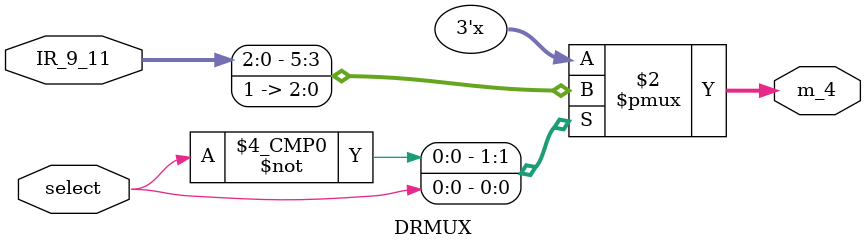
<source format=sv>



module PCMUX( input [1:0] select,
    input logic [15:0] PC_1,
    input logic [15:0] bus,
    input logic [15:0] Adder_out,
    output logic [15:0] m_4

   
);

 always_comb begin
       case(select)
            2'b00: m_4 = PC_1;
            2'b01: m_4 = bus;
            2'b10: m_4 = Adder_out;
              default: m_4 = 16'hXXXX;

       endcase
    end

endmodule



//MEMMUX
module MEMMUX( 
    input logic select,
    input logic [15:0] bus,
    input logic [15:0] mem_in,
    output logic [15:0] m_4

   
);

 always_comb begin
       case(select)
            1'b0: m_4 = bus;
            1'b1: m_4 = mem_in;
            default: m_4 = 16'hXXXX;
       endcase
  end

endmodule



//ADDR2MUX
module ADDR2_MUX(
        input logic [1:0] select,
        input logic [15:0] SEXT_6, SEXT_9, SEXT_11,
        input logic zero,
        output logic [15:0] m_4


);

 always_comb begin
       case(select)
            2'b00: m_4 = zero;
            2'b01: m_4 = SEXT_6;
            2'b10: m_4 = SEXT_9 ;
            2'b11: m_4 = SEXT_11;
            default: m_4 = 16'hXXXX;
       endcase
  end

endmodule



//ADD1RMUX
module ADDR1_MUX(
        input logic select,
        input logic [15:0] SR1_OUT, PC_OUT,
        output logic [15:0] m_4


);

 always_comb begin
       case(select)
            1'b0: m_4 = PC_OUT;
            1'b1: m_4 = SR1_OUT;
            default: m_4 = 16'hXXXX;
       endcase
  end

endmodule


//SR1MUX
module SR1MUX(
        input logic  select,
        input logic [2:0] IR_9_11,IR_6_8,
        output logic [2:0] m_4


);

 always_comb begin
       case(select)
            1'b0: m_4 = IR_9_11;
            1'b1: m_4 = IR_6_8;
            default: m_4 = 3'bXXX;
       endcase
  end

endmodule


// SR2MUX
module SR2MUX(
        input logic  select,
        input logic [15:0] SR2_OUT, SEXT_5,
        output logic [15:0] m_4


);

 always_comb begin
       case(select)
            1'b0: m_4 = SR2_OUT;
            1'b1: m_4 = SEXT_5;
            default: m_4 = 16'hXXXX;
       endcase
  end

endmodule


// DRMUX
module DRMUX(
        input logic select,
        input logic [2:0] IR_9_11,
        output logic [2:0] m_4


);

 always_comb begin
       case(select)
            1'b0: m_4 = IR_9_11;
            1'b1: m_4 = 3'b111;
            default: m_4 = 3'bXXX;
       endcase
  end

endmodule
</source>
